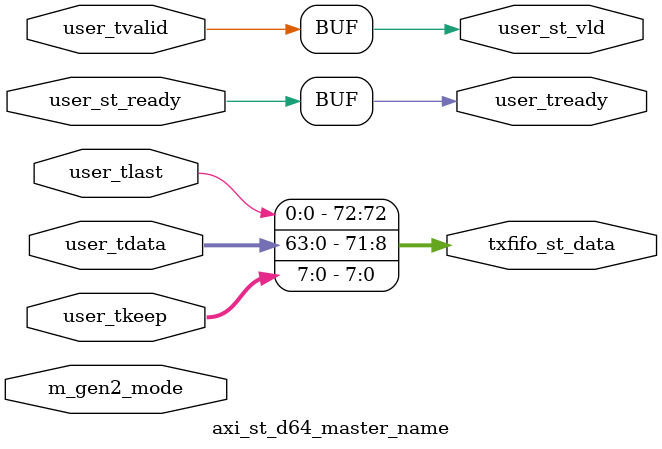
<source format=sv>

module axi_st_d64_master_name  (

  // st channel
  input  logic [   7:   0]   user_tkeep          ,
  input  logic [  63:   0]   user_tdata          ,
  input  logic               user_tlast          ,
  input  logic               user_tvalid         ,
  output logic               user_tready         ,

  // Logic Link Interfaces
  output logic               user_st_vld         ,
  output logic [  72:   0]   txfifo_st_data      ,
  input  logic               user_st_ready       ,

  input  logic               m_gen2_mode         

);

  // Connect Data

  assign user_st_vld                        = user_tvalid                        ;
  assign user_tready                        = user_st_ready                      ;
  assign txfifo_st_data       [   0 +:   8] = user_tkeep           [   0 +:   8] ;
  assign txfifo_st_data       [   8 +:  64] = user_tdata           [   0 +:  64] ;
  assign txfifo_st_data       [  72 +:   1] = user_tlast                         ;

endmodule

</source>
